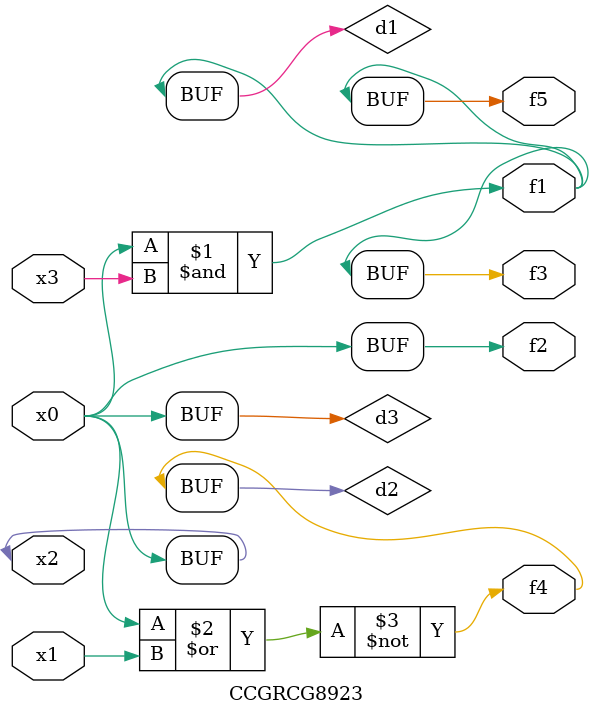
<source format=v>
module CCGRCG8923(
	input x0, x1, x2, x3,
	output f1, f2, f3, f4, f5
);

	wire d1, d2, d3;

	and (d1, x2, x3);
	nor (d2, x0, x1);
	buf (d3, x0, x2);
	assign f1 = d1;
	assign f2 = d3;
	assign f3 = d1;
	assign f4 = d2;
	assign f5 = d1;
endmodule

</source>
